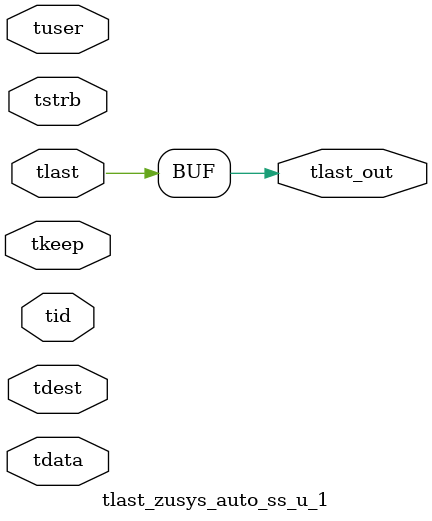
<source format=v>


`timescale 1ps/1ps

module tlast_zusys_auto_ss_u_1 #
(
parameter C_S_AXIS_TID_WIDTH   = 1,
parameter C_S_AXIS_TUSER_WIDTH = 0,
parameter C_S_AXIS_TDATA_WIDTH = 0,
parameter C_S_AXIS_TDEST_WIDTH = 0
)
(
input  [(C_S_AXIS_TID_WIDTH   == 0 ? 1 : C_S_AXIS_TID_WIDTH)-1:0       ] tid,
input  [(C_S_AXIS_TDATA_WIDTH == 0 ? 1 : C_S_AXIS_TDATA_WIDTH)-1:0     ] tdata,
input  [(C_S_AXIS_TUSER_WIDTH == 0 ? 1 : C_S_AXIS_TUSER_WIDTH)-1:0     ] tuser,
input  [(C_S_AXIS_TDEST_WIDTH == 0 ? 1 : C_S_AXIS_TDEST_WIDTH)-1:0     ] tdest,
input  [(C_S_AXIS_TDATA_WIDTH/8)-1:0 ] tkeep,
input  [(C_S_AXIS_TDATA_WIDTH/8)-1:0 ] tstrb,
input  [0:0]                                                             tlast,
output                                                                   tlast_out
);

assign tlast_out = {tlast[0]};

endmodule


</source>
